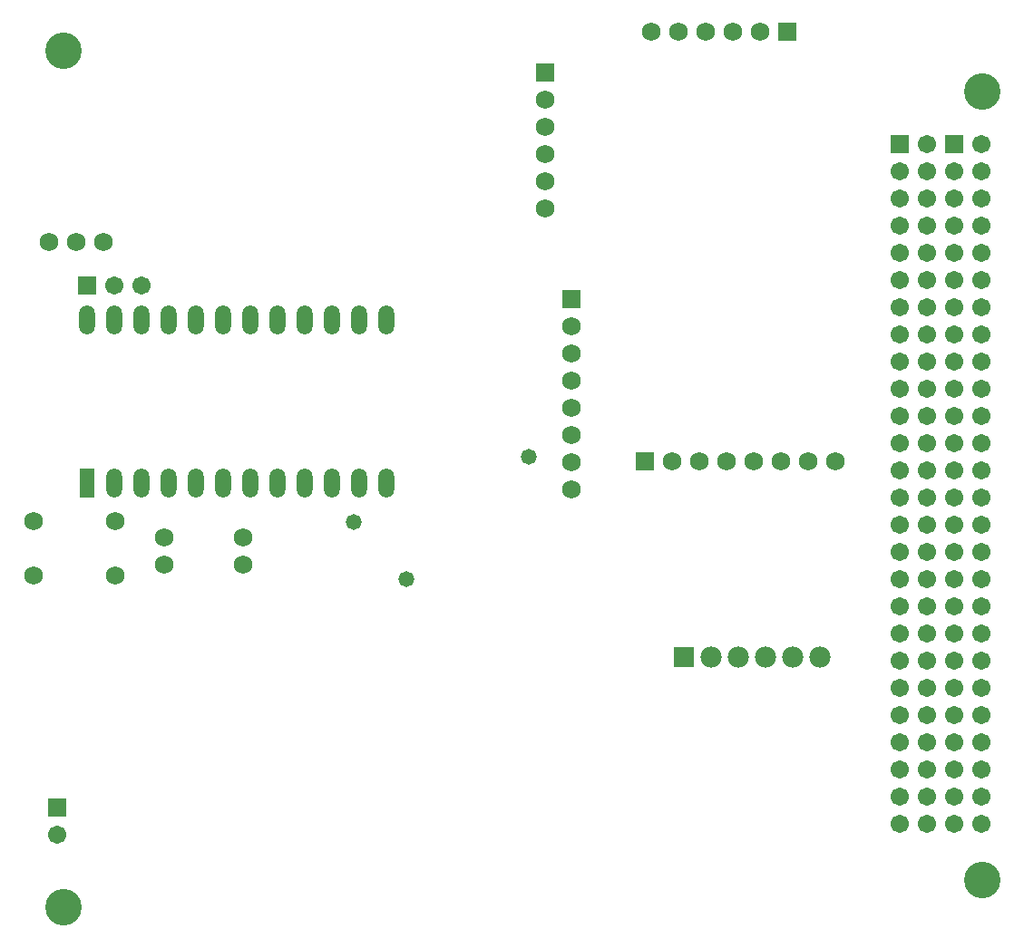
<source format=gbs>
%FSDAX24Y24*%
%MOIN*%
%SFA1B1*%

%IPPOS*%
%ADD28R,0.067100X0.067100*%
%ADD29C,0.067100*%
%ADD30C,0.068000*%
%ADD31R,0.067100X0.067100*%
%ADD32R,0.068000X0.068000*%
%ADD33R,0.078000X0.078000*%
%ADD34C,0.078000*%
%ADD35R,0.068000X0.068000*%
%ADD36C,0.134000*%
%ADD37O,0.058000X0.108000*%
%ADD38R,0.058000X0.108000*%
%ADD39C,0.058000*%
%LNbluesatpc104template-1*%
%LPD*%
G54D28*
X011690Y015650D03*
X042659Y040042D03*
X044658D03*
G54D29*
X011690Y014650D03*
X013790Y034850D03*
X014790D03*
X043658Y040042D03*
X042659Y039042D03*
X043658D03*
X042659Y038042D03*
X043658D03*
X042659Y037042D03*
X043658D03*
X042659Y036042D03*
X043658D03*
X042659Y035042D03*
X043658D03*
X042659Y034042D03*
X043658D03*
X042659Y033042D03*
X043658D03*
X042659Y032042D03*
X043658D03*
X042659Y031042D03*
X043658D03*
X042659Y030042D03*
X043658D03*
X042659Y029042D03*
X043658D03*
X042659Y028042D03*
X043658D03*
X042659Y027042D03*
X043658D03*
X042659Y026042D03*
X043658D03*
X042659Y025042D03*
X043658D03*
X042659Y024042D03*
X043658D03*
X042659Y023042D03*
X043658D03*
X042659Y022042D03*
X043658D03*
X042659Y021042D03*
X043658D03*
X042659Y020042D03*
X043658D03*
X042659Y019042D03*
X043658D03*
X042659Y018042D03*
X043658D03*
X042659Y017042D03*
X043658D03*
X042659Y016042D03*
X043658D03*
Y015042D03*
X042659D03*
X044658D03*
X045658D03*
Y016042D03*
X044658D03*
X045658Y017042D03*
X044658D03*
X045658Y018042D03*
X044658D03*
X045658Y019042D03*
X044658D03*
X045658Y020042D03*
X044658D03*
X045658Y021042D03*
X044658D03*
X045658Y022042D03*
X044658D03*
X045658Y023042D03*
X044658D03*
X045658Y024042D03*
X044658D03*
X045658Y025042D03*
X044658D03*
X045658Y026042D03*
X044658D03*
X045658Y027042D03*
X044658D03*
X045658Y028042D03*
X044658D03*
X045658Y029042D03*
X044658D03*
X045658Y030042D03*
X044658D03*
X045658Y031042D03*
X044658D03*
X045658Y032042D03*
X044658D03*
X045658Y033042D03*
X044658D03*
X045658Y034042D03*
X044658D03*
X045658Y035042D03*
X044658D03*
X045658Y036042D03*
X044658D03*
X045658Y037042D03*
X044658D03*
X045658Y038042D03*
X044658D03*
X045658Y039042D03*
X044658D03*
X045658Y040042D03*
G54D30*
X018540Y024600D03*
Y025600D03*
X015640Y024600D03*
Y025600D03*
X013840Y026200D03*
Y024200D03*
X010840Y026200D03*
Y024200D03*
X013390Y036450D03*
X011390D03*
X012390D03*
X029640Y041700D03*
Y040700D03*
Y039700D03*
Y038700D03*
Y037700D03*
X033540Y044200D03*
X034540D03*
X035540D03*
X036540D03*
X037540D03*
X034290Y028400D03*
X035290D03*
X036290D03*
X037290D03*
X038290D03*
X039290D03*
X040290D03*
X030590Y033350D03*
Y032350D03*
Y031350D03*
Y030350D03*
Y029350D03*
Y028350D03*
Y027350D03*
G54D31*
X012790Y034850D03*
G54D32*
X029640Y042700D03*
X030590Y034350D03*
G54D33*
X034740Y021200D03*
G54D34*
X035740Y021200D03*
X036740D03*
X037740D03*
X038740D03*
X039740D03*
G54D35*
X038540Y044200D03*
X033290Y028400D03*
G54D36*
X045690Y013000D03*
Y042000D03*
X011940Y043500D03*
Y011990D03*
G54D37*
X023790Y033600D03*
X022790D03*
X021790D03*
X020790D03*
X019790D03*
X018790D03*
X017790D03*
X016790D03*
X015790D03*
X014790D03*
X013790D03*
X012790D03*
X023790Y027600D03*
X022790D03*
X021790D03*
X020790D03*
X019790D03*
X018790D03*
X017790D03*
X016790D03*
X015790D03*
X014790D03*
X013790D03*
G54D38*
X012790Y027600D03*
G54D39*
X029040Y028550D03*
X022590Y026150D03*
X024540Y024050D03*
M02*
</source>
